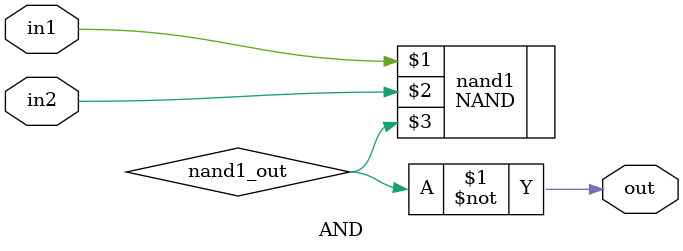
<source format=v>
module AND(
  input in1, in2,
  output out
);

  wire nand1_out;

  NAND nand1(in1, in2, nand1_out);

  assign out = ~nand1_out;
endmodule


</source>
